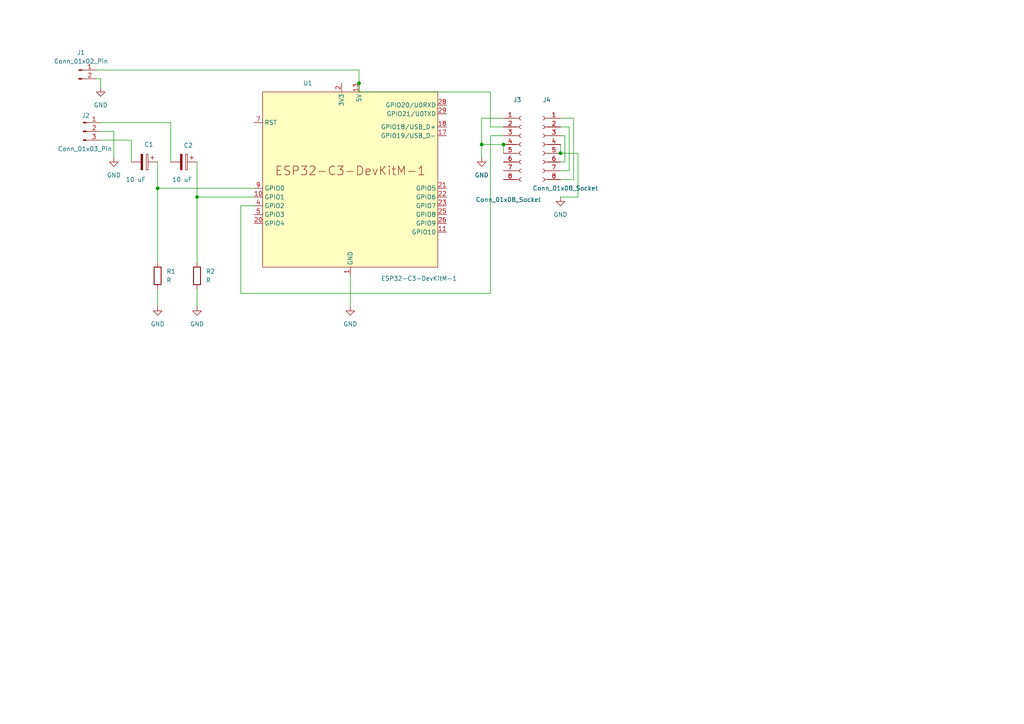
<source format=kicad_sch>
(kicad_sch (version 20250114) (generator "eeschema") (generator_version "9.0")
  (paper "A4")
  (lib_symbols
    (symbol "Connector:Conn_01x02_Pin" (pin_names (offset 1.016) (hide yes))
      (property "Reference" "J" (at 0 2.54 0))
      (property "Value" "Conn_01x02_Pin" (at 0 -5.08 0))
      (symbol "Conn_01x02_Pin_1_1"
        (rectangle (start 0.8636 0.127) (end 0 -0.127) (stroke (width 0.1524)) (fill (type outline)))
        (rectangle (start 0.8636 -2.413) (end 0 -2.667) (stroke (width 0.1524)) (fill (type outline)))
        (polyline (pts (xy 1.27 0) (xy 0.8636 0)) (stroke (width 0.1524)))
        (polyline (pts (xy 1.27 -2.54) (xy 0.8636 -2.54)) (stroke (width 0.1524)))
        (pin passive line (at 5.08 0 180) (length 3.81) (name "Pin_1") (number "1"))
        (pin passive line (at 5.08 -2.54 180) (length 3.81) (name "Pin_2") (number "2"))
      )
    )
    (symbol "Connector:Conn_01x03_Pin" (pin_names (offset 1.016) (hide yes))
      (property "Reference" "J" (at 0 5.08 0))
      (property "Value" "Conn_01x03_Pin" (at 0 -5.08 0))
      (symbol "Conn_01x03_Pin_1_1"
        (rectangle (start 0.8636 2.667) (end 0 2.413) (stroke (width 0.1524)) (fill (type outline)))
        (rectangle (start 0.8636 0.127) (end 0 -0.127) (stroke (width 0.1524)) (fill (type outline)))
        (rectangle (start 0.8636 -2.413) (end 0 -2.667) (stroke (width 0.1524)) (fill (type outline)))
        (polyline (pts (xy 1.27 2.54) (xy 0.8636 2.54)) (stroke (width 0.1524)))
        (polyline (pts (xy 1.27 0) (xy 0.8636 0)) (stroke (width 0.1524)))
        (polyline (pts (xy 1.27 -2.54) (xy 0.8636 -2.54)) (stroke (width 0.1524)))
        (pin passive line (at 5.08 2.54 180) (length 3.81) (name "Pin_1") (number "1"))
        (pin passive line (at 5.08 0 180) (length 3.81) (name "Pin_2") (number "2"))
        (pin passive line (at 5.08 -2.54 180) (length 3.81) (name "Pin_3") (number "3"))
      )
    )
    (symbol "Connector:Conn_01x08_Socket" (pin_names (offset 1.016) (hide yes))
      (property "Reference" "J" (at 0 10.16 0))
      (property "Value" "Conn_01x08_Socket" (at 0 -12.7 0))
      (symbol "Conn_01x08_Socket_1_1"
        (polyline (pts (xy -1.27 7.62) (xy -0.508 7.62)) (stroke (width 0.1524)))
        (polyline (pts (xy -1.27 5.08) (xy -0.508 5.08)) (stroke (width 0.1524)))
        (polyline (pts (xy -1.27 2.54) (xy -0.508 2.54)) (stroke (width 0.1524)))
        (polyline (pts (xy -1.27 0) (xy -0.508 0)) (stroke (width 0.1524)))
        (polyline (pts (xy -1.27 -2.54) (xy -0.508 -2.54)) (stroke (width 0.1524)))
        (polyline (pts (xy -1.27 -5.08) (xy -0.508 -5.08)) (stroke (width 0.1524)))
        (polyline (pts (xy -1.27 -7.62) (xy -0.508 -7.62)) (stroke (width 0.1524)))
        (polyline (pts (xy -1.27 -10.16) (xy -0.508 -10.16)) (stroke (width 0.1524)))
        (arc (start 0 7.112) (mid -0.5058 7.62) (end 0 8.128) (stroke (width 0.1524)))
        (arc (start 0 4.572) (mid -0.5058 5.08) (end 0 5.588) (stroke (width 0.1524)))
        (arc (start 0 2.032) (mid -0.5058 2.54) (end 0 3.048) (stroke (width 0.1524)))
        (arc (start 0 -0.508) (mid -0.5058 0) (end 0 0.508) (stroke (width 0.1524)))
        (arc (start 0 -3.048) (mid -0.5058 -2.54) (end 0 -2.032) (stroke (width 0.1524)))
        (arc (start 0 -5.588) (mid -0.5058 -5.08) (end 0 -4.572) (stroke (width 0.1524)))
        (arc (start 0 -8.128) (mid -0.5058 -7.62) (end 0 -7.112) (stroke (width 0.1524)))
        (arc (start 0 -10.668) (mid -0.5058 -10.16) (end 0 -9.652) (stroke (width 0.1524)))
        (pin passive line (at -5.08 7.62 0) (length 3.81) (name "Pin_1") (number "1"))
        (pin passive line (at -5.08 5.08 0) (length 3.81) (name "Pin_2") (number "2"))
        (pin passive line (at -5.08 2.54 0) (length 3.81) (name "Pin_3") (number "3"))
        (pin passive line (at -5.08 0 0) (length 3.81) (name "Pin_4") (number "4"))
        (pin passive line (at -5.08 -2.54 0) (length 3.81) (name "Pin_5") (number "5"))
        (pin passive line (at -5.08 -5.08 0) (length 3.81) (name "Pin_6") (number "6"))
        (pin passive line (at -5.08 -7.62 0) (length 3.81) (name "Pin_7") (number "7"))
        (pin passive line (at -5.08 -10.16 0) (length 3.81) (name "Pin_8") (number "8"))
      )
    )
    (symbol "Device:C_Polarized" (pin_numbers (hide yes)) (pin_names (offset 0.254))
      (property "Reference" "C" (at 0.635 2.54 0))
      (property "Value" "C_Polarized" (at 0.635 -2.54 0))
      (symbol "C_Polarized_0_1"
        (rectangle (start -2.286 0.508) (end 2.286 1.016))
        (polyline (pts (xy -1.778 2.286) (xy -0.762 2.286)))
        (polyline (pts (xy -1.27 2.794) (xy -1.27 1.778)))
        (rectangle (start 2.286 -0.508) (end -2.286 -1.016) (fill (type outline)))
      )
      (symbol "C_Polarized_1_1"
        (pin passive line (at 0 3.81 270) (length 2.794) (name "~") (number "1"))
        (pin passive line (at 0 -3.81 90) (length 2.794) (name "~") (number "2"))
      )
    )
    (symbol "Device:R" (pin_numbers (hide yes)) (pin_names (offset 0))
      (property "Reference" "R" (at 2.032 0 90))
      (property "Value" "R" (at 0 0 90))
      (symbol "R_0_1"
        (rectangle (start -1.016 -2.54) (end 1.016 2.54) (stroke (width 0.254)))
      )
      (symbol "R_1_1"
        (pin passive line (at 0 3.81 270) (length 1.27) (name "~") (number "1"))
        (pin passive line (at 0 -3.81 90) (length 1.27) (name "~") (number "2"))
      )
    )
    (symbol "PCM_Espressif:ESP32-C3-DevKitM-1"
      (property "Reference" "U" (at -25.4 30.48 0))
      (property "Value" "ESP32-C3-DevKitM-1" (at -25.4 27.94 0))
      (symbol "ESP32-C3-DevKitM-1_0_1"
        (rectangle (start -25.4 25.4) (end 25.4 -25.4) (fill (type background)))
      )
      (symbol "ESP32-C3-DevKitM-1_1_0"
        (text "ESP32-C3-DevKitM-1" (at 0 2.54 0) (effects (font (size 2.54 2.54))))
      )
      (symbol "ESP32-C3-DevKitM-1_1_1"
        (pin output line (at -27.94 16.51 0) (length 2.54) (name "RST") (number "7"))
        (pin bidirectional line (at -27.94 -2.54 0) (length 2.54) (name "GPIO0") (number "9"))
        (pin bidirectional line (at -27.94 -5.08 0) (length 2.54) (name "GPIO1") (number "10"))
        (pin bidirectional line (at -27.94 -7.62 0) (length 2.54) (name "GPIO2") (number "4"))
        (pin bidirectional line (at -27.94 -10.16 0) (length 2.54) (name "GPIO3") (number "5"))
        (pin bidirectional line (at -27.94 -12.7 0) (length 2.54) (name "GPIO4") (number "20"))
        (pin power_in line (at -2.54 27.94 270) (length 2.54) (name "3V3") (number "2"))
        (pin power_in line (at -2.54 27.94 270) (length 2.54) (hide yes) (name "3V3") (number "3"))
        (pin passive line (at 0 -27.94 90) (length 2.54) (name "GND") (number "1"))
        (pin passive line (at 0 -27.94 90) (length 2.54) (hide yes) (name "GND") (number "12"))
        (pin passive line (at 0 -27.94 90) (length 2.54) (hide yes) (name "GND") (number "15"))
        (pin passive line (at 0 -27.94 90) (length 2.54) (hide yes) (name "GND") (number "16"))
        (pin passive line (at 0 -27.94 90) (length 2.54) (hide yes) (name "GND") (number "19"))
        (pin passive line (at 0 -27.94 90) (length 2.54) (hide yes) (name "GND") (number "24"))
        (pin passive line (at 0 -27.94 90) (length 2.54) (hide yes) (name "GND") (number "27"))
        (pin passive line (at 0 -27.94 90) (length 2.54) (hide yes) (name "GND") (number "30"))
        (pin passive line (at 0 -27.94 90) (length 2.54) (hide yes) (name "GND") (number "6"))
        (pin passive line (at 0 -27.94 90) (length 2.54) (hide yes) (name "GND") (number "8"))
        (pin power_in line (at 2.54 27.94 270) (length 2.54) (name "5V") (number "13"))
        (pin power_in line (at 2.54 27.94 270) (length 2.54) (hide yes) (name "5V") (number "14"))
        (pin bidirectional line (at 27.94 21.59 180) (length 2.54) (name "GPIO20/U0RXD") (number "28"))
        (pin bidirectional line (at 27.94 19.05 180) (length 2.54) (name "GPIO21/U0TXD") (number "29"))
        (pin bidirectional line (at 27.94 15.24 180) (length 2.54) (name "GPIO18/USB_D+") (number "18"))
        (pin bidirectional line (at 27.94 12.7 180) (length 2.54) (name "GPIO19/USB_D-") (number "17"))
        (pin bidirectional line (at 27.94 -2.54 180) (length 2.54) (name "GPIO5") (number "21"))
        (pin bidirectional line (at 27.94 -5.08 180) (length 2.54) (name "GPIO6") (number "22"))
        (pin bidirectional line (at 27.94 -7.62 180) (length 2.54) (name "GPIO7") (number "23"))
        (pin bidirectional line (at 27.94 -10.16 180) (length 2.54) (name "GPIO8") (number "25"))
        (pin bidirectional line (at 27.94 -12.7 180) (length 2.54) (name "GPIO9") (number "26"))
        (pin bidirectional line (at 27.94 -15.24 180) (length 2.54) (name "GPIO10") (number "11"))
      )
    )
    (symbol "power:GND" (power) (pin_numbers (hide yes)) (pin_names (offset 0) (hide yes))
      (property "Value" "GND" (at 0 -3.81 0))
      (symbol "GND_0_1"
        (polyline (pts (xy 0 0) (xy 0 -1.27) (xy 1.27 -1.27) (xy 0 -2.54) (xy -1.27 -1.27) (xy 0 -1.27)))
      )
      (symbol "GND_1_1"
        (pin power_in line (at 0 0 270) (length 0) (name "~") (number "1"))
      )
    )
  )
  (junction (at 139.7 41.91))
  (junction (at 104.14 24.13))
  (junction (at 45.72 54.61))
  (junction (at 146.05 41.91))
  (junction (at 57.15 57.15))
  (junction (at 162.56 44.45))
  (wire (pts (xy 165.1 36.83) (xy 165.1 49.53)))
  (wire (pts (xy 29.21 35.56) (xy 49.53 35.56)))
  (wire (pts (xy 163.83 39.37) (xy 163.83 46.99)))
  (wire (pts (xy 166.37 52.07) (xy 162.56 52.07)))
  (wire (pts (xy 139.7 41.91) (xy 139.7 45.72)))
  (wire (pts (xy 101.6 80.01) (xy 101.6 88.9)))
  (wire (pts (xy 162.56 57.15) (xy 167.64 57.15)))
  (wire (pts (xy 33.02 38.1) (xy 33.02 45.72)))
  (wire (pts (xy 38.1 40.64) (xy 38.1 46.99)))
  (wire (pts (xy 167.64 44.45) (xy 162.56 44.45)))
  (wire (pts (xy 142.24 36.83) (xy 146.05 36.83)))
  (wire (pts (xy 142.24 26.67) (xy 142.24 36.83)))
  (wire (pts (xy 104.14 24.13) (xy 104.14 20.32)))
  (wire (pts (xy 27.94 22.86) (xy 29.21 22.86)))
  (wire (pts (xy 162.56 39.37) (xy 163.83 39.37)))
  (wire (pts (xy 57.15 57.15) (xy 57.15 76.2)))
  (wire (pts (xy 162.56 36.83) (xy 165.1 36.83)))
  (wire (pts (xy 57.15 83.82) (xy 57.15 88.9)))
  (wire (pts (xy 139.7 41.91) (xy 146.05 41.91)))
  (wire (pts (xy 104.14 26.67) (xy 104.14 24.13)))
  (wire (pts (xy 69.85 85.09) (xy 142.24 85.09)))
  (wire (pts (xy 104.14 26.67) (xy 142.24 26.67)))
  (wire (pts (xy 49.53 35.56) (xy 49.53 46.99)))
  (wire (pts (xy 146.05 41.91) (xy 146.05 44.45)))
  (wire (pts (xy 69.85 59.69) (xy 69.85 85.09)))
  (wire (pts (xy 29.21 40.64) (xy 38.1 40.64)))
  (wire (pts (xy 45.72 46.99) (xy 45.72 54.61)))
  (wire (pts (xy 29.21 22.86) (xy 29.21 25.4)))
  (wire (pts (xy 45.72 83.82) (xy 45.72 88.9)))
  (wire (pts (xy 166.37 34.29) (xy 166.37 52.07)))
  (wire (pts (xy 162.56 34.29) (xy 166.37 34.29)))
  (wire (pts (xy 45.72 54.61) (xy 73.66 54.61)))
  (wire (pts (xy 142.24 85.09) (xy 142.24 39.37)))
  (wire (pts (xy 162.56 41.91) (xy 162.56 44.45)))
  (wire (pts (xy 142.24 39.37) (xy 146.05 39.37)))
  (wire (pts (xy 45.72 54.61) (xy 45.72 76.2)))
  (wire (pts (xy 57.15 57.15) (xy 73.66 57.15)))
  (wire (pts (xy 139.7 34.29) (xy 146.05 34.29)))
  (wire (pts (xy 57.15 46.99) (xy 57.15 57.15)))
  (wire (pts (xy 73.66 59.69) (xy 69.85 59.69)))
  (wire (pts (xy 165.1 49.53) (xy 162.56 49.53)))
  (wire (pts (xy 139.7 34.29) (xy 139.7 41.91)))
  (wire (pts (xy 29.21 38.1) (xy 33.02 38.1)))
  (wire (pts (xy 167.64 57.15) (xy 167.64 44.45)))
  (wire (pts (xy 163.83 46.99) (xy 162.56 46.99)))
  (wire (pts (xy 27.94 20.32) (xy 104.14 20.32)))
  (symbol (lib_id "power:GND") (at 45.72 88.9 0) (unit 1)
    (property "Reference" "#PWR04" (effects (hide yes)))
    (property "Value" "GND" (at 45.72 93.98 0))
    (property "Description" "Power symbol creates a global label with name \"GND\" , ground" (effects (hide yes)))
  )
  (symbol (lib_id "Connector:Conn_01x08_Socket") (at 151.13 41.91 0) (unit 1)
    (property "Reference" "J3" (at 148.844 28.956 0) (effects (justify left)))
    (property "Value" "Conn_01x08_Socket" (at 137.922 57.912 0) (effects (justify left)))
    (property "Footprint" "Connector_PinSocket_2.54mm:PinSocket_1x08_P2.54mm_Vertical" (effects (hide yes)))
    (property "Description" "Generic connector, single row, 01x08, script generated" (effects (hide yes)))
  )
  (symbol (lib_id "power:GND") (at 57.15 88.9 0) (unit 1)
    (property "Reference" "#PWR05" (effects (hide yes)))
    (property "Value" "GND" (at 57.15 93.98 0))
    (property "Description" "Power symbol creates a global label with name \"GND\" , ground" (effects (hide yes)))
  )
  (symbol (lib_id "Device:R") (at 45.72 80.01 0) (unit 1)
    (property "Reference" "R1" (at 48.26 78.7399 0) (effects (justify left)))
    (property "Value" "R" (at 48.26 81.2799 0) (effects (justify left)))
    (property "Footprint" "Resistor_THT:R_Axial_DIN0207_L6.3mm_D2.5mm_P10.16mm_Horizontal" (effects (hide yes)))
    (property "Description" "Resistor" (effects (hide yes)))
  )
  (symbol (lib_id "PCM_Espressif:ESP32-C3-DevKitM-1") (at 101.6 52.07 0) (unit 1)
    (property "Reference" "U1" (at 87.884 24.13 0) (effects (justify left)))
    (property "Value" "ESP32-C3-DevKitM-1" (at 110.49 80.772 0) (effects (justify left)))
    (property "Footprint" "PCM_Espressif:ESP32-C3-DevKitM-1" (effects (hide yes)))
    (property "Datasheet" "https://www.espressif.com/sites/default/files/documentation/esp32-c3-mini-1_datasheet_en.pdf" (effects (hide yes)))
    (property "Description" "ESP32-C3-MINI-1 family is an ultra-low-power MCU-based SoC solution that supports 2.4 GHz Wi-Fi and Bluetooth®Low Energy (Bluetooth LE)." (effects (hide yes)))
  )
  (symbol (lib_id "Connector:Conn_01x02_Pin") (at 22.86 20.32 0) (unit 1)
    (property "Reference" "J1" (at 23.495 15.24 0))
    (property "Value" "Conn_01x02_Pin" (at 23.495 17.78 0))
    (property "Footprint" "Connector_JST:JST_XH_B2B-XH-AM_1x02_P2.50mm_Vertical" (effects (hide yes)))
    (property "Description" "Generic connector, single row, 01x02, script generated" (effects (hide yes)))
  )
  (symbol (lib_id "power:GND") (at 33.02 45.72 0) (unit 1)
    (property "Reference" "#PWR06" (effects (hide yes)))
    (property "Value" "GND" (at 33.02 50.8 0))
    (property "Description" "Power symbol creates a global label with name \"GND\" , ground" (effects (hide yes)))
  )
  (symbol (lib_id "Device:C_Polarized") (at 41.91 46.99 270) (unit 1)
    (property "Reference" "C1" (at 43.18 41.91 90))
    (property "Value" "10 uF" (at 39.37 52.07 90))
    (property "Footprint" "Capacitor_THT:CP_Radial_D6.3mm_P2.50mm" (effects (hide yes)))
    (property "Description" "Polarized capacitor" (effects (hide yes)))
  )
  (symbol (lib_id "Connector:Conn_01x08_Socket") (at 157.48 41.91 0) (mirror y) (unit 1)
    (property "Reference" "J4" (at 159.766 28.956 0) (effects (justify left)))
    (property "Value" "Conn_01x08_Socket" (at 173.482 54.61 0) (effects (justify left)))
    (property "Footprint" "Connector_PinSocket_2.54mm:PinSocket_1x08_P2.54mm_Vertical" (effects (hide yes)))
    (property "Description" "Generic connector, single row, 01x08, script generated" (effects (hide yes)))
  )
  (symbol (lib_id "power:GND") (at 139.7 45.72 0) (unit 1)
    (property "Reference" "#PWR03" (effects (hide yes)))
    (property "Value" "GND" (at 139.7 50.8 0))
    (property "Description" "Power symbol creates a global label with name \"GND\" , ground" (effects (hide yes)))
  )
  (symbol (lib_id "Device:R") (at 57.15 80.01 0) (unit 1)
    (property "Reference" "R2" (at 59.69 78.7399 0) (effects (justify left)))
    (property "Value" "R" (at 59.69 81.2799 0) (effects (justify left)))
    (property "Footprint" "Resistor_THT:R_Axial_DIN0207_L6.3mm_D2.5mm_P10.16mm_Horizontal" (effects (hide yes)))
    (property "Description" "Resistor" (effects (hide yes)))
  )
  (symbol (lib_id "Device:C_Polarized") (at 53.34 46.99 270) (unit 1)
    (property "Reference" "C2" (at 54.61 42.164 90))
    (property "Value" "10 uF" (at 52.832 52.07 90))
    (property "Footprint" "Capacitor_THT:CP_Radial_D6.3mm_P2.50mm" (effects (hide yes)))
    (property "Description" "Polarized capacitor" (effects (hide yes)))
  )
  (symbol (lib_id "power:GND") (at 162.56 57.15 0) (unit 1)
    (property "Reference" "#PWR07" (effects (hide yes)))
    (property "Value" "GND" (at 162.56 62.23 0))
    (property "Description" "Power symbol creates a global label with name \"GND\" , ground" (effects (hide yes)))
  )
  (symbol (lib_id "power:GND") (at 29.21 25.4 0) (unit 1)
    (property "Reference" "#PWR01" (effects (hide yes)))
    (property "Value" "GND" (at 29.21 30.48 0))
    (property "Description" "Power symbol creates a global label with name \"GND\" , ground" (effects (hide yes)))
  )
  (symbol (lib_id "Connector:Conn_01x03_Pin") (at 24.13 38.1 0) (unit 1)
    (property "Reference" "J2" (at 24.892 33.528 0))
    (property "Value" "Conn_01x03_Pin" (at 24.638 43.18 0))
    (property "Footprint" "Connector_JST:JST_XH_B3B-XH-AM_1x03_P2.50mm_Vertical" (effects (hide yes)))
    (property "Description" "Generic connector, single row, 01x03, script generated" (effects (hide yes)))
  )
  (symbol (lib_id "power:GND") (at 101.6 88.9 0) (unit 1)
    (property "Reference" "#PWR02" (effects (hide yes)))
    (property "Value" "GND" (at 101.6 93.98 0))
    (property "Description" "Power symbol creates a global label with name \"GND\" , ground" (effects (hide yes)))
  )
)
</source>
